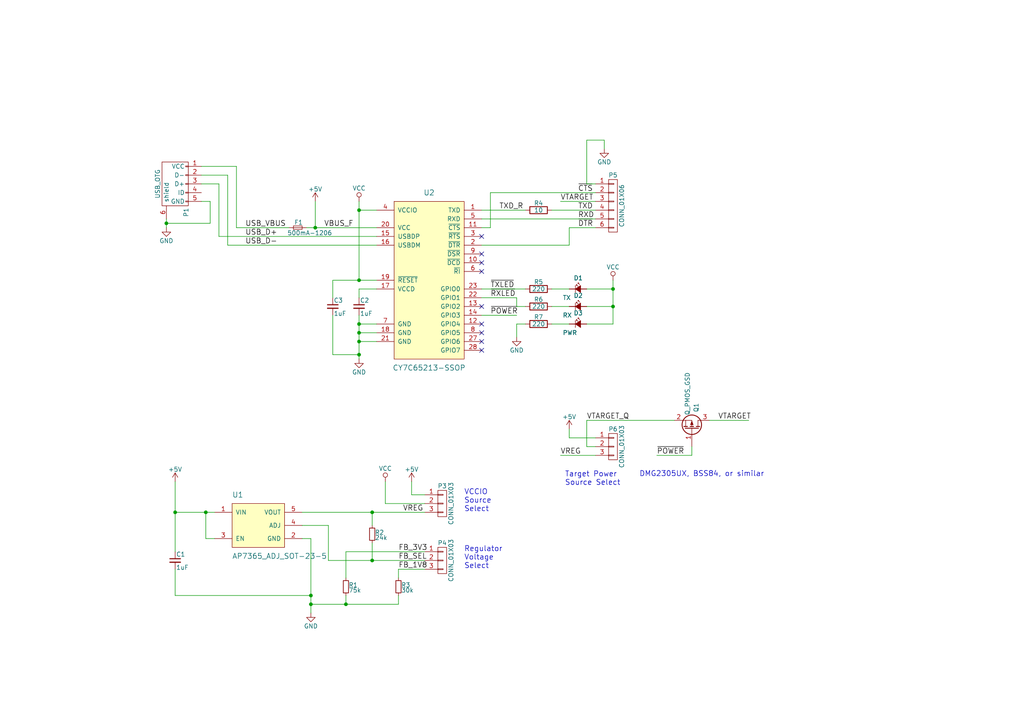
<source format=kicad_sch>
(kicad_sch (version 20230121) (generator eeschema)
  (paper "A4")
  (lib_symbols
    (symbol "uart-friend-rescue:+5V" (power) (pin_names (offset 0))
      (property "Value" "+5V" (at 0 3.556 0))
      (symbol "+5V_0_1"
        (polyline (pts (xy -0.762 1.27) (xy 0 2.54)))
        (polyline (pts (xy 0 0) (xy 0 2.54)))
        (polyline (pts (xy 0 2.54) (xy 0.762 1.27)))
      )
      (symbol "+5V_1_1"
        (pin power_in line (at 0 0 90) (length 0) hide (name "+5V") (number "1"))
      )
    )
    (symbol "uart-friend-rescue:AP7365_ADJ_SOT-23-5" (pin_names (offset 1.016))
      (property "Reference" "U" (at -7.62 8.89 0))
      (property "Value" "AP7365_ADJ_SOT-23-5" (at -7.62 -8.89 0))
      (symbol "AP7365_ADJ_SOT-23-5_0_1"
        (rectangle (start -7.62 6.35) (end 7.62 -6.35) (fill (type background)))
      )
      (symbol "AP7365_ADJ_SOT-23-5_1_1"
        (pin input line (at -12.7 3.81 0) (length 5.08) (name "VIN") (number "1"))
        (pin input line (at 12.7 -3.81 180) (length 5.08) (name "GND") (number "2"))
        (pin input line (at -12.7 -3.81 0) (length 5.08) (name "EN") (number "3"))
        (pin input line (at 12.7 0 180) (length 5.08) (name "ADJ") (number "4"))
        (pin input line (at 12.7 3.81 180) (length 5.08) (name "VOUT") (number "5"))
      )
    )
    (symbol "uart-friend-rescue:CONN_01X03" (pin_names (offset 1.016) hide)
      (property "Reference" "P" (at 0 5.08 0))
      (property "Value" "CONN_01X03" (at 2.54 0 90))
      (symbol "CONN_01X03_0_1"
        (rectangle (start -1.27 -2.413) (end 0.254 -2.667))
        (rectangle (start -1.27 0.127) (end 0.254 -0.127))
        (rectangle (start -1.27 2.667) (end 0.254 2.413))
        (rectangle (start -1.27 3.81) (end 1.27 -3.81))
      )
      (symbol "CONN_01X03_1_1"
        (pin passive line (at -5.08 2.54 0) (length 3.81) (name "P1") (number "1"))
        (pin passive line (at -5.08 0 0) (length 3.81) (name "P2") (number "2"))
        (pin passive line (at -5.08 -2.54 0) (length 3.81) (name "P3") (number "3"))
      )
    )
    (symbol "uart-friend-rescue:CONN_01X06" (pin_names (offset 1.016) hide)
      (property "Reference" "P" (at 0 8.89 0))
      (property "Value" "CONN_01X06" (at 2.54 0 90))
      (symbol "CONN_01X06_0_1"
        (rectangle (start -1.27 -6.223) (end 0.254 -6.477))
        (rectangle (start -1.27 -3.683) (end 0.254 -3.937))
        (rectangle (start -1.27 -1.143) (end 0.254 -1.397))
        (rectangle (start -1.27 1.397) (end 0.254 1.143))
        (rectangle (start -1.27 3.937) (end 0.254 3.683))
        (rectangle (start -1.27 6.477) (end 0.254 6.223))
        (rectangle (start -1.27 7.62) (end 1.27 -7.62))
      )
      (symbol "CONN_01X06_1_1"
        (pin passive line (at -5.08 6.35 0) (length 3.81) (name "P1") (number "1"))
        (pin passive line (at -5.08 3.81 0) (length 3.81) (name "P2") (number "2"))
        (pin passive line (at -5.08 1.27 0) (length 3.81) (name "P3") (number "3"))
        (pin passive line (at -5.08 -1.27 0) (length 3.81) (name "P4") (number "4"))
        (pin passive line (at -5.08 -3.81 0) (length 3.81) (name "P5") (number "5"))
        (pin passive line (at -5.08 -6.35 0) (length 3.81) (name "P6") (number "6"))
      )
    )
    (symbol "uart-friend-rescue:CY7C65213-SSOP" (pin_names (offset 1.016))
      (property "Reference" "U" (at 0 25.4 0))
      (property "Value" "CY7C65213-SSOP" (at 0 -25.4 0))
      (symbol "CY7C65213-SSOP_0_1"
        (rectangle (start -10.16 22.86) (end 10.16 -22.86) (fill (type background)))
      )
      (symbol "CY7C65213-SSOP_1_1"
        (pin input line (at 15.24 20.32 180) (length 5.08) (name "TXD") (number "1"))
        (pin input line (at 15.24 5.08 180) (length 5.08) (name "~{DCD}") (number "10"))
        (pin input line (at 15.24 15.24 180) (length 5.08) (name "~{CTS}") (number "11"))
        (pin input line (at 15.24 -12.7 180) (length 5.08) (name "GPIO4") (number "12"))
        (pin input line (at 15.24 -7.62 180) (length 5.08) (name "GPIO2") (number "13"))
        (pin input line (at 15.24 -10.16 180) (length 5.08) (name "GPIO3") (number "14"))
        (pin input line (at -15.24 12.7 0) (length 5.08) (name "USBDP") (number "15"))
        (pin input line (at -15.24 10.16 0) (length 5.08) (name "USBDM") (number "16"))
        (pin input line (at -15.24 -2.54 0) (length 5.08) (name "VCCD") (number "17"))
        (pin input line (at -15.24 -15.24 0) (length 5.08) (name "GND") (number "18"))
        (pin input line (at -15.24 0 0) (length 5.08) (name "~{RESET}") (number "19"))
        (pin input line (at 15.24 10.16 180) (length 5.08) (name "~{DTR}") (number "2"))
        (pin power_in line (at -15.24 15.24 0) (length 5.08) (name "VCC") (number "20"))
        (pin input line (at -15.24 -17.78 0) (length 5.08) (name "GND") (number "21"))
        (pin input line (at 15.24 -5.08 180) (length 5.08) (name "GPIO1") (number "22"))
        (pin input line (at 15.24 -2.54 180) (length 5.08) (name "GPIO0") (number "23"))
        (pin input line (at 15.24 -17.78 180) (length 5.08) (name "GPIO6") (number "27"))
        (pin input line (at 15.24 -20.32 180) (length 5.08) (name "GPIO7") (number "28"))
        (pin input line (at 15.24 12.7 180) (length 5.08) (name "~{RTS}") (number "3"))
        (pin power_in line (at -15.24 20.32 0) (length 5.08) (name "VCCIO") (number "4"))
        (pin input line (at 15.24 17.78 180) (length 5.08) (name "RXD") (number "5"))
        (pin input line (at 15.24 2.54 180) (length 5.08) (name "~{RI}") (number "6"))
        (pin input line (at -15.24 -12.7 0) (length 5.08) (name "GND") (number "7"))
        (pin input line (at 15.24 -15.24 180) (length 5.08) (name "GPIO5") (number "8"))
        (pin input line (at 15.24 7.62 180) (length 5.08) (name "~{DSR}") (number "9"))
      )
    )
    (symbol "uart-friend-rescue:C_Small" (pin_numbers hide) (pin_names (offset 0.254) hide)
      (property "Reference" "C" (at 0.254 1.778 0))
      (property "Value" "C_Small" (at 0.254 -2.032 0))
      (symbol "C_Small_0_1"
        (polyline (pts (xy -1.524 -0.508) (xy 1.524 -0.508)) (stroke (width 0.3302)))
        (polyline (pts (xy -1.524 0.508) (xy 1.524 0.508)) (stroke (width 0.3048)))
      )
      (symbol "C_Small_1_1"
        (pin passive line (at 0 2.54 270) (length 1.905) (name "~") (number "1"))
        (pin passive line (at 0 -2.54 90) (length 2.032) (name "~") (number "2"))
      )
    )
    (symbol "uart-friend-rescue:F_Small" (pin_numbers hide) (pin_names (offset 0.254) hide)
      (property "Reference" "F" (at -1.016 1.524 0))
      (property "Value" "F_Small" (at -3.048 -1.524 0))
      (symbol "F_Small_0_1"
        (rectangle (start -1.27 0.508) (end 1.27 -0.508))
        (polyline (pts (xy -1.27 0) (xy 1.27 0)))
      )
      (symbol "F_Small_1_1"
        (pin passive line (at -2.54 0 0) (length 1.27) (name "~") (number "1"))
        (pin passive line (at 2.54 0 180) (length 1.27) (name "~") (number "2"))
      )
    )
    (symbol "uart-friend-rescue:GND" (power) (pin_names (offset 0))
      (property "Value" "GND" (at 0 -3.81 0))
      (symbol "GND_0_1"
        (polyline (pts (xy 0 0) (xy 0 -1.27) (xy 1.27 -1.27) (xy 0 -2.54) (xy -1.27 -1.27) (xy 0 -1.27)))
      )
      (symbol "GND_1_1"
        (pin power_in line (at 0 0 270) (length 0) hide (name "GND") (number "1"))
      )
    )
    (symbol "uart-friend-rescue:Led_Small" (pin_numbers hide) (pin_names (offset 0.254) hide)
      (property "Reference" "D" (at -1.27 3.175 0))
      (property "Value" "Led_Small" (at -4.445 -2.54 0))
      (symbol "Led_Small_0_1"
        (polyline (pts (xy -0.762 -1.016) (xy -0.762 1.016)))
        (polyline (pts (xy 0.762 -1.016) (xy -0.762 0) (xy 0.762 1.016) (xy 0.762 -1.016)) (fill (type outline)))
        (polyline (pts (xy 0 0.762) (xy -0.508 1.27) (xy -0.254 1.27) (xy -0.508 1.27) (xy -0.508 1.016)))
        (polyline (pts (xy 0.508 1.27) (xy 0 1.778) (xy 0.254 1.778) (xy 0 1.778) (xy 0 1.524)))
      )
      (symbol "Led_Small_1_1"
        (pin passive line (at -2.54 0 0) (length 1.778) (name "K") (number "1"))
        (pin passive line (at 2.54 0 180) (length 1.778) (name "A") (number "2"))
      )
    )
    (symbol "uart-friend-rescue:Q_PMOS_GSD" (pin_names (offset 0) hide)
      (property "Reference" "Q" (at 7.62 1.27 0))
      (property "Value" "Q_PMOS_GSD" (at 16.51 -1.27 0))
      (symbol "Q_PMOS_GSD_0_1"
        (polyline (pts (xy 0.762 -1.778) (xy 2.54 -1.778)))
        (polyline (pts (xy 0.762 -1.27) (xy 0.762 -2.286)) (stroke (width 0.254)))
        (polyline (pts (xy 0.762 0) (xy 2.54 0)))
        (polyline (pts (xy 0.762 0.508) (xy 0.762 -0.508)) (stroke (width 0.254)))
        (polyline (pts (xy 0.762 1.778) (xy 2.54 1.778)))
        (polyline (pts (xy 0.762 2.286) (xy 0.762 1.27)) (stroke (width 0.254)))
        (polyline (pts (xy 2.54 -1.778) (xy 2.54 -2.54)))
        (polyline (pts (xy 2.54 -1.778) (xy 2.54 0)))
        (polyline (pts (xy 2.54 2.54) (xy 2.54 1.778)))
        (polyline (pts (xy 0.254 1.905) (xy 0.254 -1.905) (xy 0.254 -1.905)) (stroke (width 0.254)))
        (polyline (pts (xy 2.286 0) (xy 1.27 -0.381) (xy 1.27 0.381) (xy 2.286 0)) (fill (type outline)))
        (circle (center 1.27 0) (radius 2.8194) (stroke (width 0.254)))
      )
      (symbol "Q_PMOS_GSD_1_1"
        (pin input line (at -5.08 0 0) (length 5.334) (name "G") (number "1"))
        (pin passive line (at 2.54 -5.08 90) (length 2.54) (name "S") (number "2"))
        (pin passive line (at 2.54 5.08 270) (length 2.54) (name "D") (number "3"))
      )
    )
    (symbol "uart-friend-rescue:R" (pin_numbers hide) (pin_names (offset 0))
      (property "Reference" "R" (at 2.032 0 90))
      (property "Value" "R" (at 0 0 90))
      (symbol "R_0_1"
        (rectangle (start -1.016 -2.54) (end 1.016 2.54) (stroke (width 0.254)))
      )
      (symbol "R_1_1"
        (pin passive line (at 0 3.81 270) (length 1.27) (name "~") (number "1"))
        (pin passive line (at 0 -3.81 90) (length 1.27) (name "~") (number "2"))
      )
    )
    (symbol "uart-friend-rescue:R_Small" (pin_numbers hide) (pin_names (offset 0.254) hide)
      (property "Reference" "R" (at 0.762 0.508 0))
      (property "Value" "R_Small" (at 0.762 -1.016 0))
      (symbol "R_Small_0_1"
        (rectangle (start -0.762 1.778) (end 0.762 -1.778) (stroke (width 0.2032)))
      )
      (symbol "R_Small_1_1"
        (pin passive line (at 0 2.54 270) (length 0.762) (name "~") (number "1"))
        (pin passive line (at 0 -2.54 90) (length 0.762) (name "~") (number "2"))
      )
    )
    (symbol "uart-friend-rescue:USB_OTG" (pin_names (offset 1.016))
      (property "Reference" "P" (at 8.255 -3.175 0))
      (property "Value" "USB_OTG" (at 0 5.08 0))
      (symbol "USB_OTG_0_1"
        (rectangle (start -6.35 -3.81) (end 6.35 3.81))
        (rectangle (start -5.207 -3.81) (end -4.953 -3.048))
        (rectangle (start -2.667 -3.81) (end -2.413 -3.048))
        (rectangle (start -0.127 -3.81) (end 0.127 -3.048))
        (rectangle (start 2.413 -3.81) (end 2.667 -3.048))
        (rectangle (start 4.953 -3.81) (end 5.207 -3.048))
      )
      (symbol "USB_OTG_1_1"
        (pin power_out line (at -5.08 -7.62 90) (length 3.81) (name "VCC") (number "1"))
        (pin passive line (at -2.54 -7.62 90) (length 3.81) (name "D-") (number "2"))
        (pin passive line (at 0 -7.62 90) (length 3.81) (name "D+") (number "3"))
        (pin power_in line (at 2.54 -7.62 90) (length 3.81) (name "ID") (number "4"))
        (pin power_in line (at 5.08 -7.62 90) (length 3.81) (name "GND") (number "5"))
        (pin passive line (at 10.16 2.54 180) (length 3.81) (name "shield") (number "6"))
      )
    )
    (symbol "uart-friend-rescue:VCC" (power) (pin_names (offset 0))
      (property "Value" "VCC" (at 0 3.81 0))
      (symbol "VCC_0_1"
        (polyline (pts (xy 0 0) (xy 0 1.27)))
        (circle (center 0 1.905) (radius 0.635))
      )
      (symbol "VCC_1_1"
        (pin power_in line (at 0 0 90) (length 0) hide (name "VCC") (number "1"))
      )
    )
  )
  (junction (at 90.17 175.26))
  (junction (at 104.14 93.98))
  (junction (at 104.14 99.06))
  (junction (at 104.14 102.87))
  (junction (at 104.14 81.28))
  (junction (at 177.8 83.82))
  (junction (at 107.95 162.56))
  (junction (at 59.69 148.59))
  (junction (at 90.17 172.72))
  (junction (at 104.14 60.96))
  (junction (at 50.8 148.59))
  (junction (at 107.95 148.59))
  (junction (at 104.14 96.52))
  (junction (at 100.33 175.26))
  (junction (at 91.44 66.04))
  (junction (at 177.8 88.9))
  (junction (at 48.26 64.77))
  (no_connect (at 139.7 76.2))
  (no_connect (at 139.7 101.6))
  (no_connect (at 139.7 73.66))
  (no_connect (at 139.7 78.74))
  (no_connect (at 139.7 96.52))
  (no_connect (at 139.7 68.58))
  (no_connect (at 139.7 93.98))
  (no_connect (at 139.7 88.9))
  (no_connect (at 139.7 99.06))
  (wire (pts (xy 115.57 165.1) (xy 115.57 167.64)))
  (wire (pts (xy 165.1 66.04) (xy 165.1 71.12)))
  (wire (pts (xy 170.18 40.64) (xy 170.18 53.34)))
  (wire (pts (xy 149.86 97.79) (xy 149.86 93.98)))
  (wire (pts (xy 172.72 55.88) (xy 142.24 55.88)))
  (wire (pts (xy 107.95 152.4) (xy 107.95 148.59)))
  (wire (pts (xy 96.52 91.44) (xy 96.52 102.87)))
  (wire (pts (xy 104.14 99.06) (xy 104.14 102.87)))
  (wire (pts (xy 60.96 58.42) (xy 58.42 58.42)))
  (wire (pts (xy 48.26 64.77) (xy 48.26 66.04)))
  (wire (pts (xy 175.26 40.64) (xy 170.18 40.64)))
  (wire (pts (xy 109.22 83.82) (xy 104.14 83.82)))
  (wire (pts (xy 152.4 83.82) (xy 139.7 83.82)))
  (wire (pts (xy 90.17 175.26) (xy 100.33 175.26)))
  (wire (pts (xy 66.04 71.12) (xy 66.04 50.8)))
  (wire (pts (xy 152.4 60.96) (xy 139.7 60.96)))
  (wire (pts (xy 149.86 88.9) (xy 149.86 86.36)))
  (wire (pts (xy 170.18 121.92) (xy 170.18 129.54)))
  (wire (pts (xy 170.18 129.54) (xy 172.72 129.54)))
  (wire (pts (xy 119.38 139.7) (xy 119.38 143.51)))
  (wire (pts (xy 87.63 148.59) (xy 107.95 148.59)))
  (wire (pts (xy 165.1 71.12) (xy 139.7 71.12)))
  (wire (pts (xy 139.7 91.44) (xy 149.86 91.44)))
  (wire (pts (xy 100.33 175.26) (xy 100.33 172.72)))
  (wire (pts (xy 104.14 60.96) (xy 109.22 60.96)))
  (wire (pts (xy 109.22 93.98) (xy 104.14 93.98)))
  (wire (pts (xy 90.17 175.26) (xy 90.17 177.8)))
  (wire (pts (xy 50.8 172.72) (xy 50.8 165.1)))
  (wire (pts (xy 66.04 50.8) (xy 58.42 50.8)))
  (wire (pts (xy 62.23 156.21) (xy 59.69 156.21)))
  (wire (pts (xy 104.14 81.28) (xy 109.22 81.28)))
  (wire (pts (xy 96.52 86.36) (xy 96.52 81.28)))
  (wire (pts (xy 170.18 53.34) (xy 172.72 53.34)))
  (wire (pts (xy 177.8 83.82) (xy 177.8 88.9)))
  (wire (pts (xy 63.5 53.34) (xy 58.42 53.34)))
  (wire (pts (xy 172.72 127) (xy 165.1 127)))
  (wire (pts (xy 50.8 148.59) (xy 50.8 160.02)))
  (wire (pts (xy 123.19 165.1) (xy 115.57 165.1)))
  (wire (pts (xy 96.52 81.28) (xy 104.14 81.28)))
  (wire (pts (xy 68.58 66.04) (xy 68.58 48.26)))
  (wire (pts (xy 205.74 121.92) (xy 217.17 121.92)))
  (wire (pts (xy 162.56 58.42) (xy 172.72 58.42)))
  (wire (pts (xy 104.14 60.96) (xy 104.14 81.28)))
  (wire (pts (xy 142.24 66.04) (xy 139.7 66.04)))
  (wire (pts (xy 165.1 127) (xy 165.1 124.46)))
  (wire (pts (xy 200.66 129.54) (xy 200.66 132.08)))
  (wire (pts (xy 139.7 63.5) (xy 172.72 63.5)))
  (wire (pts (xy 109.22 96.52) (xy 104.14 96.52)))
  (wire (pts (xy 63.5 68.58) (xy 63.5 53.34)))
  (wire (pts (xy 200.66 132.08) (xy 190.5 132.08)))
  (wire (pts (xy 195.58 121.92) (xy 170.18 121.92)))
  (wire (pts (xy 95.25 152.4) (xy 87.63 152.4)))
  (wire (pts (xy 165.1 88.9) (xy 160.02 88.9)))
  (wire (pts (xy 142.24 55.88) (xy 142.24 66.04)))
  (wire (pts (xy 104.14 102.87) (xy 104.14 104.14)))
  (wire (pts (xy 96.52 102.87) (xy 104.14 102.87)))
  (wire (pts (xy 115.57 175.26) (xy 115.57 172.72)))
  (wire (pts (xy 109.22 71.12) (xy 66.04 71.12)))
  (wire (pts (xy 165.1 83.82) (xy 160.02 83.82)))
  (wire (pts (xy 59.69 148.59) (xy 62.23 148.59)))
  (wire (pts (xy 48.26 64.77) (xy 60.96 64.77)))
  (wire (pts (xy 149.86 86.36) (xy 139.7 86.36)))
  (wire (pts (xy 107.95 157.48) (xy 107.95 162.56)))
  (wire (pts (xy 83.82 66.04) (xy 68.58 66.04)))
  (wire (pts (xy 172.72 60.96) (xy 160.02 60.96)))
  (wire (pts (xy 107.95 148.59) (xy 123.19 148.59)))
  (wire (pts (xy 90.17 172.72) (xy 90.17 175.26)))
  (wire (pts (xy 104.14 93.98) (xy 104.14 96.52)))
  (wire (pts (xy 50.8 148.59) (xy 59.69 148.59)))
  (wire (pts (xy 90.17 156.21) (xy 90.17 172.72)))
  (wire (pts (xy 119.38 143.51) (xy 123.19 143.51)))
  (wire (pts (xy 100.33 175.26) (xy 115.57 175.26)))
  (wire (pts (xy 123.19 160.02) (xy 100.33 160.02)))
  (wire (pts (xy 104.14 83.82) (xy 104.14 86.36)))
  (wire (pts (xy 111.76 139.7) (xy 111.76 146.05)))
  (wire (pts (xy 95.25 162.56) (xy 95.25 152.4)))
  (wire (pts (xy 104.14 96.52) (xy 104.14 99.06)))
  (wire (pts (xy 177.8 83.82) (xy 170.18 83.82)))
  (wire (pts (xy 109.22 99.06) (xy 104.14 99.06)))
  (wire (pts (xy 90.17 156.21) (xy 87.63 156.21)))
  (wire (pts (xy 100.33 160.02) (xy 100.33 167.64)))
  (wire (pts (xy 162.56 132.08) (xy 172.72 132.08)))
  (wire (pts (xy 90.17 172.72) (xy 50.8 172.72)))
  (wire (pts (xy 91.44 66.04) (xy 109.22 66.04)))
  (wire (pts (xy 177.8 81.28) (xy 177.8 83.82)))
  (wire (pts (xy 149.86 93.98) (xy 152.4 93.98)))
  (wire (pts (xy 60.96 64.77) (xy 60.96 58.42)))
  (wire (pts (xy 152.4 88.9) (xy 149.86 88.9)))
  (wire (pts (xy 59.69 156.21) (xy 59.69 148.59)))
  (wire (pts (xy 68.58 48.26) (xy 58.42 48.26)))
  (wire (pts (xy 177.8 93.98) (xy 170.18 93.98)))
  (wire (pts (xy 175.26 43.18) (xy 175.26 40.64)))
  (wire (pts (xy 177.8 88.9) (xy 170.18 88.9)))
  (wire (pts (xy 91.44 58.42) (xy 91.44 66.04)))
  (wire (pts (xy 50.8 139.7) (xy 50.8 148.59)))
  (wire (pts (xy 111.76 146.05) (xy 123.19 146.05)))
  (wire (pts (xy 95.25 162.56) (xy 107.95 162.56)))
  (wire (pts (xy 160.02 93.98) (xy 165.1 93.98)))
  (wire (pts (xy 107.95 162.56) (xy 123.19 162.56)))
  (wire (pts (xy 177.8 88.9) (xy 177.8 93.98)))
  (wire (pts (xy 104.14 58.42) (xy 104.14 60.96)))
  (wire (pts (xy 88.9 66.04) (xy 91.44 66.04)))
  (wire (pts (xy 104.14 91.44) (xy 104.14 93.98)))
  (wire (pts (xy 172.72 66.04) (xy 165.1 66.04)))
  (wire (pts (xy 48.26 63.5) (xy 48.26 64.77)))
  (wire (pts (xy 109.22 68.58) (xy 63.5 68.58)))
  (text "VCCIO\nSource\nSelect" (at 134.62 148.59 0) (effects (font (size 1.524 1.524)) (justify left bottom)))
  (text "Target Power\nSource Select" (at 163.83 140.97 0) (effects (font (size 1.524 1.524)) (justify left bottom)))
  (text "Regulator\nVoltage\nSelect" (at 134.62 165.1 0) (effects (font (size 1.524 1.524)) (justify left bottom)))
  (text "DMG2305UX, BSS84, or similar" (at 185.42 138.43 0) (effects (font (size 1.524 1.524)) (justify left bottom)))
  (label "~{POWER}" (at 190.5 132.08 0) (effects (font (size 1.524 1.524))))
  (label "VTARGET" (at 162.56 58.42 0) (effects (font (size 1.524 1.524))))
  (label "FB_3V3" (at 115.57 160.02 0) (effects (font (size 1.524 1.524))))
  (label "~{POWER}" (at 142.24 91.44 0) (effects (font (size 1.524 1.524))))
  (label "FB_1V8" (at 115.57 165.1 0) (effects (font (size 1.524 1.524))))
  (label "VBUS_F" (at 93.98 66.04 0) (effects (font (size 1.524 1.524))))
  (label "VREG" (at 162.56 132.08 0) (effects (font (size 1.524 1.524))))
  (label "TXD" (at 167.64 60.96 0) (effects (font (size 1.524 1.524))))
  (label "~{TXLED}" (at 142.24 83.82 0) (effects (font (size 1.524 1.524))))
  (label "VTARGET_Q" (at 170.18 121.92 0) (effects (font (size 1.524 1.524))))
  (label "~{DTR}" (at 167.64 66.04 0) (effects (font (size 1.524 1.524))))
  (label "FB_SEL" (at 115.57 162.56 0) (effects (font (size 1.524 1.524))))
  (label "~{CTS}" (at 167.64 55.88 0) (effects (font (size 1.524 1.524))))
  (label "VREG" (at 116.84 148.59 0) (effects (font (size 1.524 1.524))))
  (label "USB_VBUS" (at 71.12 66.04 0) (effects (font (size 1.524 1.524))))
  (label "TXD_R" (at 144.78 60.96 0) (effects (font (size 1.524 1.524))))
  (label "USB_D-" (at 71.12 71.12 0) (effects (font (size 1.524 1.524))))
  (label "USB_D+" (at 71.12 68.58 0) (effects (font (size 1.524 1.524))))
  (label "RXD" (at 167.64 63.5 0) (effects (font (size 1.524 1.524))))
  (label "VTARGET" (at 208.28 121.92 0) (effects (font (size 1.524 1.524))))
  (label "~{RXLED}" (at 142.24 86.36 0) (effects (font (size 1.524 1.524))))
  (symbol (lib_id "uart-friend-rescue:CY7C65213-SSOP") (at 124.46 81.28 0) (unit 1)
    (property "Reference" "U2" (at 124.46 55.88 0) (effects (font (size 1.524 1.524))))
    (property "Value" "CY7C65213-SSOP" (at 124.46 106.68 0) (effects (font (size 1.524 1.524))))
    (property "Footprint" "Housings_SSOP:SSOP-28_5.3x10.2mm_Pitch0.65mm" (effects hide))
  )
  (symbol (lib_id "uart-friend-rescue:USB_OTG") (at 50.8 53.34 90) (mirror x) (unit 1)
    (property "Reference" "P1" (at 53.975 61.595 0))
    (property "Value" "USB_OTG" (at 45.72 53.34 0))
    (property "Footprint" "Connect:USB_Micro-B" (effects hide))
  )
  (symbol (lib_id "uart-friend-rescue:Q_PMOS_GSD") (at 200.66 124.46 270) (mirror x) (unit 1)
    (property "Reference" "Q1" (at 201.93 116.84 0) (effects (justify right)))
    (property "Value" "Q_PMOS_GSD" (at 199.39 107.95 0) (effects (justify right)))
    (property "Footprint" "TO_SOT_Packages_SMD:SOT-23" (effects hide))
  )
  (symbol (lib_id "uart-friend-rescue:CONN_01X06") (at 177.8 59.69 0) (unit 1)
    (property "Reference" "P5" (at 177.8 50.8 0))
    (property "Value" "CONN_01X06" (at 180.34 59.69 90))
    (property "Footprint" "Pin_Headers:Pin_Header_Angled_1x06" (effects hide))
  )
  (symbol (lib_id "uart-friend-rescue:AP7365_ADJ_SOT-23-5") (at 74.93 152.4 0) (unit 1)
    (property "Reference" "U1" (at 67.31 143.51 0) (effects (font (size 1.524 1.524)) (justify left)))
    (property "Value" "AP7365_ADJ_SOT-23-5" (at 67.31 161.29 0) (effects (font (size 1.524 1.524)) (justify left)))
    (property "Footprint" "TO_SOT_Packages_SMD:SOT-23-5" (effects hide))
  )
  (symbol (lib_id "uart-friend-rescue:CONN_01X03") (at 128.27 162.56 0) (unit 1)
    (property "Reference" "P4" (at 128.27 157.48 0))
    (property "Value" "CONN_01X03" (at 130.81 162.56 90))
    (property "Footprint" "Pin_Headers:Pin_Header_Angled_1x03" (effects hide))
  )
  (symbol (lib_id "uart-friend-rescue:CONN_01X03") (at 128.27 146.05 0) (unit 1)
    (property "Reference" "P3" (at 128.27 140.97 0))
    (property "Value" "CONN_01X03" (at 130.81 146.05 90))
    (property "Footprint" "Pin_Headers:Pin_Header_Angled_1x03" (effects hide))
  )
  (symbol (lib_id "uart-friend-rescue:CONN_01X03") (at 177.8 129.54 0) (unit 1)
    (property "Reference" "P6" (at 177.8 124.46 0))
    (property "Value" "CONN_01X03" (at 180.34 129.54 90))
    (property "Footprint" "Pin_Headers:Pin_Header_Angled_1x03" (effects hide))
  )
  (symbol (lib_id "uart-friend-rescue:R_Small") (at 107.95 154.94 0) (unit 1)
    (property "Reference" "R2" (at 108.712 154.432 0) (effects (justify left)))
    (property "Value" "24k" (at 108.712 155.956 0) (effects (justify left)))
    (property "Footprint" "Resistors_SMD:R_0805" (effects hide))
  )
  (symbol (lib_id "uart-friend-rescue:GND") (at 90.17 177.8 0) (unit 1)
    (property "Reference" "#PWR01" (effects hide))
    (property "Value" "GND" (at 90.17 181.61 0))
  )
  (symbol (lib_id "uart-friend-rescue:R_Small") (at 100.33 170.18 0) (unit 1)
    (property "Reference" "R1" (at 101.092 169.672 0) (effects (justify left)))
    (property "Value" "75k" (at 101.092 171.196 0) (effects (justify left)))
    (property "Footprint" "Resistors_SMD:R_0805" (effects hide))
  )
  (symbol (lib_id "uart-friend-rescue:R_Small") (at 115.57 170.18 0) (unit 1)
    (property "Reference" "R3" (at 116.332 169.672 0) (effects (justify left)))
    (property "Value" "30k" (at 116.332 171.196 0) (effects (justify left)))
    (property "Footprint" "Resistors_SMD:R_0805" (effects hide))
  )
  (symbol (lib_id "uart-friend-rescue:GND") (at 48.26 66.04 0) (unit 1)
    (property "Reference" "#PWR02" (effects hide))
    (property "Value" "GND" (at 48.26 69.85 0))
  )
  (symbol (lib_id "uart-friend-rescue:+5V") (at 50.8 139.7 0) (unit 1)
    (property "Reference" "#PWR03" (effects hide))
    (property "Value" "+5V" (at 50.8 136.144 0))
  )
  (symbol (lib_id "uart-friend-rescue:+5V") (at 91.44 58.42 0) (unit 1)
    (property "Reference" "#PWR04" (effects hide))
    (property "Value" "+5V" (at 91.44 54.864 0))
  )
  (symbol (lib_id "uart-friend-rescue:VCC") (at 104.14 58.42 0) (unit 1)
    (property "Reference" "#PWR05" (effects hide))
    (property "Value" "VCC" (at 104.14 54.61 0))
  )
  (symbol (lib_id "uart-friend-rescue:VCC") (at 111.76 139.7 0) (unit 1)
    (property "Reference" "#PWR06" (effects hide))
    (property "Value" "VCC" (at 111.76 135.89 0))
  )
  (symbol (lib_id "uart-friend-rescue:GND") (at 104.14 104.14 0) (unit 1)
    (property "Reference" "#PWR07" (effects hide))
    (property "Value" "GND" (at 104.14 107.95 0))
  )
  (symbol (lib_id "uart-friend-rescue:C_Small") (at 104.14 88.9 0) (unit 1)
    (property "Reference" "C2" (at 104.394 87.122 0) (effects (justify left)))
    (property "Value" "1uF" (at 104.394 90.932 0) (effects (justify left)))
    (property "Footprint" "Capacitors_SMD:C_0805" (effects hide))
  )
  (symbol (lib_id "uart-friend-rescue:C_Small") (at 50.8 162.56 0) (unit 1)
    (property "Reference" "C1" (at 51.054 160.782 0) (effects (justify left)))
    (property "Value" "1uF" (at 51.054 164.592 0) (effects (justify left)))
    (property "Footprint" "Capacitors_SMD:C_0805" (effects hide))
  )
  (symbol (lib_id "uart-friend-rescue:Led_Small") (at 167.64 83.82 0) (unit 1)
    (property "Reference" "D1" (at 166.37 80.645 0) (effects (justify left)))
    (property "Value" "TX" (at 163.195 86.36 0) (effects (justify left)))
    (property "Footprint" "LEDs:LED-0805" (effects hide))
  )
  (symbol (lib_id "uart-friend-rescue:Led_Small") (at 167.64 88.9 0) (unit 1)
    (property "Reference" "D2" (at 166.37 85.725 0) (effects (justify left)))
    (property "Value" "RX" (at 163.195 91.44 0) (effects (justify left)))
    (property "Footprint" "LEDs:LED-0805" (effects hide))
  )
  (symbol (lib_id "uart-friend-rescue:R") (at 156.21 60.96 90) (unit 1)
    (property "Reference" "R4" (at 156.21 58.928 90))
    (property "Value" "10" (at 156.21 60.96 90))
    (property "Footprint" "Resistors_SMD:R_0805" (effects hide))
  )
  (symbol (lib_id "uart-friend-rescue:GND") (at 175.26 43.18 0) (unit 1)
    (property "Reference" "#PWR08" (effects hide))
    (property "Value" "GND" (at 175.26 46.99 0))
  )
  (symbol (lib_id "uart-friend-rescue:R") (at 156.21 83.82 90) (unit 1)
    (property "Reference" "R5" (at 156.21 81.788 90))
    (property "Value" "220" (at 156.21 83.82 90))
    (property "Footprint" "Resistors_SMD:R_0805" (effects hide))
  )
  (symbol (lib_id "uart-friend-rescue:R") (at 156.21 88.9 90) (unit 1)
    (property "Reference" "R6" (at 156.21 86.868 90))
    (property "Value" "220" (at 156.21 88.9 90))
    (property "Footprint" "Resistors_SMD:R_0805" (effects hide))
  )
  (symbol (lib_id "uart-friend-rescue:VCC") (at 177.8 81.28 0) (unit 1)
    (property "Reference" "#PWR09" (effects hide))
    (property "Value" "VCC" (at 177.8 77.47 0))
  )
  (symbol (lib_id "uart-friend-rescue:F_Small") (at 86.36 66.04 0) (unit 1)
    (property "Reference" "F1" (at 85.344 64.516 0) (effects (justify left)))
    (property "Value" "500mA-1206" (at 83.312 67.564 0) (effects (justify left)))
    (property "Footprint" "Fuse_Holders_and_Fuses:Fuse_SMD1206_Reflow" (effects hide))
  )
  (symbol (lib_id "uart-friend-rescue:+5V") (at 165.1 124.46 0) (unit 1)
    (property "Reference" "#PWR010" (effects hide))
    (property "Value" "+5V" (at 165.1 120.904 0))
  )
  (symbol (lib_id "uart-friend-rescue:+5V") (at 119.38 139.7 0) (unit 1)
    (property "Reference" "#PWR011" (effects hide))
    (property "Value" "+5V" (at 119.38 136.144 0))
  )
  (symbol (lib_id "uart-friend-rescue:Led_Small") (at 167.64 93.98 0) (unit 1)
    (property "Reference" "D3" (at 166.37 90.805 0) (effects (justify left)))
    (property "Value" "PWR" (at 163.195 96.52 0) (effects (justify left)))
    (property "Footprint" "LEDs:LED-0805" (effects hide))
  )
  (symbol (lib_id "uart-friend-rescue:R") (at 156.21 93.98 90) (unit 1)
    (property "Reference" "R7" (at 156.21 91.948 90))
    (property "Value" "220" (at 156.21 93.98 90))
    (property "Footprint" "Resistors_SMD:R_0805" (effects hide))
  )
  (symbol (lib_id "uart-friend-rescue:GND") (at 149.86 97.79 0) (unit 1)
    (property "Reference" "#PWR012" (effects hide))
    (property "Value" "GND" (at 149.86 101.6 0))
  )
  (symbol (lib_id "uart-friend-rescue:C_Small") (at 96.52 88.9 0) (unit 1)
    (property "Reference" "C3" (at 96.774 87.122 0) (effects (justify left)))
    (property "Value" "1uF" (at 96.774 90.932 0) (effects (justify left)))
    (property "Footprint" "Capacitors_SMD:C_0805" (effects hide))
  )
)
</source>
